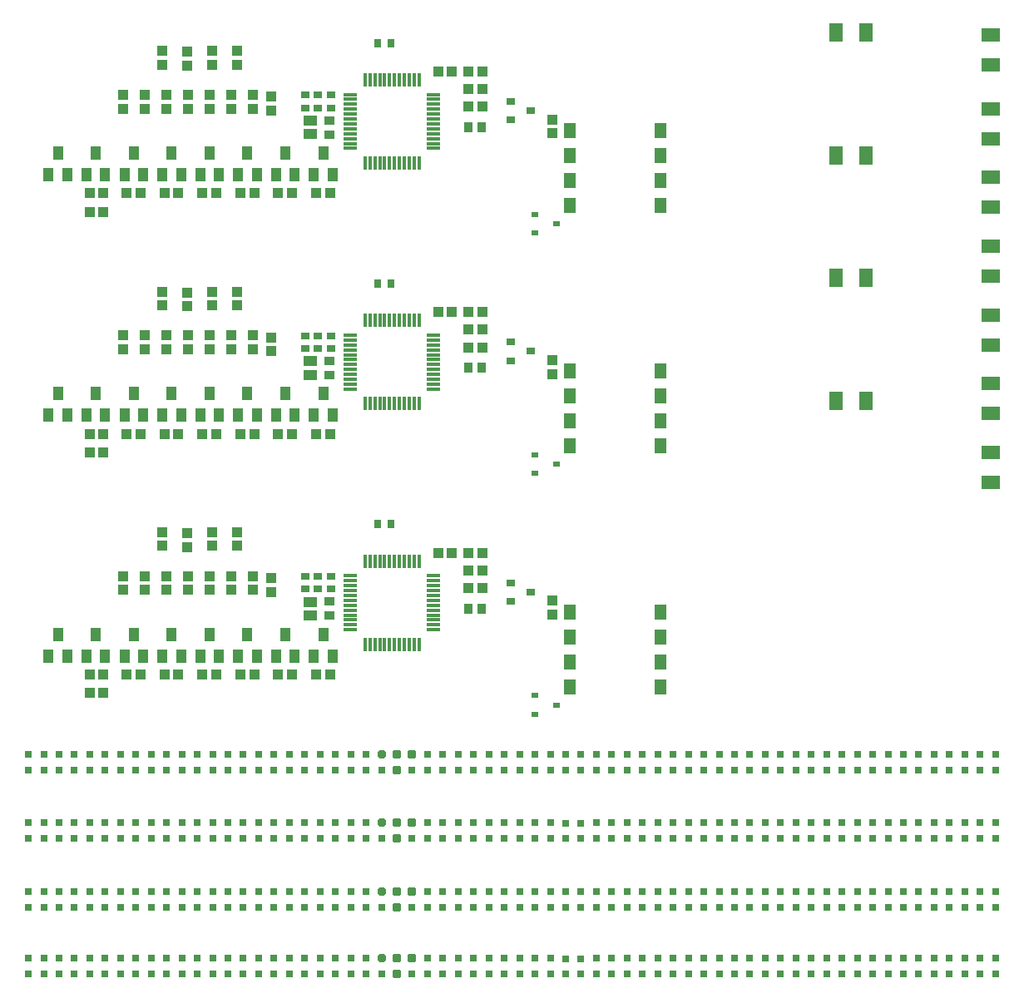
<source format=gtp>
G04*
G04 #@! TF.GenerationSoftware,Altium Limited,Altium Designer,20.1.14 (287)*
G04*
G04 Layer_Color=8421504*
%FSLAX25Y25*%
%MOIN*%
G70*
G04*
G04 #@! TF.SameCoordinates,DA88C76E-B398-4153-8C2D-C889442453F1*
G04*
G04*
G04 #@! TF.FilePolarity,Positive*
G04*
G01*
G75*
%ADD10R,0.05315X0.07284*%
%ADD14R,0.07284X0.05315*%
%ADD15R,0.03150X0.03740*%
%ADD16R,0.03937X0.04331*%
%ADD17R,0.05118X0.05906*%
%ADD18R,0.03937X0.05512*%
%ADD19R,0.04331X0.03937*%
%ADD20R,0.03740X0.03150*%
%ADD21R,0.03543X0.03150*%
%ADD22R,0.03543X0.04134*%
%ADD23R,0.02953X0.02362*%
%ADD24R,0.04134X0.03740*%
%ADD25R,0.05315X0.04331*%
%ADD26R,0.01181X0.05807*%
%ADD27R,0.05807X0.01181*%
G04:AMPARAMS|DCode=33|XSize=31.5mil|YSize=31.5mil|CornerRadius=7.87mil|HoleSize=0mil|Usage=FLASHONLY|Rotation=0.000|XOffset=0mil|YOffset=0mil|HoleType=Round|Shape=RoundedRectangle|*
%AMROUNDEDRECTD33*
21,1,0.03150,0.01575,0,0,0.0*
21,1,0.01575,0.03150,0,0,0.0*
1,1,0.01575,0.00787,-0.00787*
1,1,0.01575,-0.00787,-0.00787*
1,1,0.01575,-0.00787,0.00787*
1,1,0.01575,0.00787,0.00787*
%
%ADD33ROUNDEDRECTD33*%
%ADD34R,0.03150X0.03150*%
G04:AMPARAMS|DCode=35|XSize=31.5mil|YSize=31.5mil|CornerRadius=4.72mil|HoleSize=0mil|Usage=FLASHONLY|Rotation=0.000|XOffset=0mil|YOffset=0mil|HoleType=Round|Shape=RoundedRectangle|*
%AMROUNDEDRECTD35*
21,1,0.03150,0.02205,0,0,0.0*
21,1,0.02205,0.03150,0,0,0.0*
1,1,0.00945,0.01102,-0.01102*
1,1,0.00945,-0.01102,-0.01102*
1,1,0.00945,-0.01102,0.01102*
1,1,0.00945,0.01102,0.01102*
%
%ADD35ROUNDEDRECTD35*%
G04:AMPARAMS|DCode=36|XSize=31.5mil|YSize=31.5mil|CornerRadius=3.15mil|HoleSize=0mil|Usage=FLASHONLY|Rotation=0.000|XOffset=0mil|YOffset=0mil|HoleType=Round|Shape=RoundedRectangle|*
%AMROUNDEDRECTD36*
21,1,0.03150,0.02520,0,0,0.0*
21,1,0.02520,0.03150,0,0,0.0*
1,1,0.00630,0.01260,-0.01260*
1,1,0.00630,-0.01260,-0.01260*
1,1,0.00630,-0.01260,0.01260*
1,1,0.00630,0.01260,0.01260*
%
%ADD36ROUNDEDRECTD36*%
D10*
X326772Y241142D02*
D03*
X338779D02*
D03*
X326772Y290354D02*
D03*
X338779D02*
D03*
X326772Y339567D02*
D03*
X338779D02*
D03*
X326772Y388779D02*
D03*
X338779D02*
D03*
D14*
X388779Y387795D02*
D03*
Y375787D02*
D03*
X388779Y358268D02*
D03*
Y346260D02*
D03*
Y330709D02*
D03*
Y318701D02*
D03*
X388779Y303150D02*
D03*
Y291142D02*
D03*
Y275590D02*
D03*
Y263583D02*
D03*
Y248031D02*
D03*
Y236024D02*
D03*
X388779Y220473D02*
D03*
Y208465D02*
D03*
D15*
X148228Y384646D02*
D03*
X143110D02*
D03*
X148228Y288189D02*
D03*
X143110D02*
D03*
X148228Y191732D02*
D03*
X143110D02*
D03*
D16*
X179527Y366142D02*
D03*
X185039D02*
D03*
X33071Y316929D02*
D03*
X27559D02*
D03*
X33071Y324410D02*
D03*
X27559D02*
D03*
X48031D02*
D03*
X42520D02*
D03*
X63189D02*
D03*
X57677D02*
D03*
X167323Y373228D02*
D03*
X172835D02*
D03*
X78346Y324410D02*
D03*
X72835D02*
D03*
X93701D02*
D03*
X88189D02*
D03*
X108661D02*
D03*
X103150D02*
D03*
X124016D02*
D03*
X118504D02*
D03*
X179527Y373228D02*
D03*
X185039D02*
D03*
Y359055D02*
D03*
X179527D02*
D03*
Y269685D02*
D03*
X185039D02*
D03*
X33071Y220473D02*
D03*
X27559D02*
D03*
X33071Y227953D02*
D03*
X27559D02*
D03*
X48031D02*
D03*
X42520D02*
D03*
X63189D02*
D03*
X57677D02*
D03*
X167323Y276772D02*
D03*
X172835D02*
D03*
X78346Y227953D02*
D03*
X72835D02*
D03*
X93701D02*
D03*
X88189D02*
D03*
X108661D02*
D03*
X103150D02*
D03*
X124016D02*
D03*
X118504D02*
D03*
X179527Y276772D02*
D03*
X185039D02*
D03*
Y262598D02*
D03*
X179527D02*
D03*
Y173228D02*
D03*
X185039D02*
D03*
X33071Y124016D02*
D03*
X27559D02*
D03*
X33071Y131496D02*
D03*
X27559D02*
D03*
X48031D02*
D03*
X42520D02*
D03*
X63189D02*
D03*
X57677D02*
D03*
X167323Y180315D02*
D03*
X172835D02*
D03*
X78346Y131496D02*
D03*
X72835D02*
D03*
X93701D02*
D03*
X88189D02*
D03*
X108661D02*
D03*
X103150D02*
D03*
X124016D02*
D03*
X118504D02*
D03*
X179527Y180315D02*
D03*
X185039D02*
D03*
Y166142D02*
D03*
X179527D02*
D03*
D17*
X220079Y329488D02*
D03*
Y319488D02*
D03*
X256299Y329488D02*
D03*
X256299Y319488D02*
D03*
X220079Y349488D02*
D03*
Y339488D02*
D03*
X256299Y349488D02*
D03*
Y339488D02*
D03*
X220079Y233032D02*
D03*
Y223031D02*
D03*
X256299Y233032D02*
D03*
X256299Y223031D02*
D03*
X220079Y253031D02*
D03*
Y243032D02*
D03*
X256299Y253031D02*
D03*
Y243032D02*
D03*
X220079Y136575D02*
D03*
Y126575D02*
D03*
X256299Y136575D02*
D03*
X256299Y126575D02*
D03*
X220079Y156575D02*
D03*
Y146575D02*
D03*
X256299Y156575D02*
D03*
Y146575D02*
D03*
D18*
X11220Y331890D02*
D03*
X18701Y331890D02*
D03*
X14961Y340551D02*
D03*
X26406Y331890D02*
D03*
X33886D02*
D03*
X30146Y340551D02*
D03*
X41592Y331890D02*
D03*
X49072D02*
D03*
X45332Y340551D02*
D03*
X56777Y331890D02*
D03*
X64258D02*
D03*
X60517Y340551D02*
D03*
X71963Y331890D02*
D03*
X79443D02*
D03*
X75703Y340551D02*
D03*
X87148Y331890D02*
D03*
X94629D02*
D03*
X90889Y340551D02*
D03*
X102334Y331890D02*
D03*
X109814D02*
D03*
X106074Y340551D02*
D03*
X117520Y331890D02*
D03*
X125000D02*
D03*
X121260Y340551D02*
D03*
X11220Y235433D02*
D03*
X18701Y235433D02*
D03*
X14961Y244094D02*
D03*
X26406Y235433D02*
D03*
X33886D02*
D03*
X30146Y244094D02*
D03*
X41592Y235433D02*
D03*
X49072D02*
D03*
X45332Y244094D02*
D03*
X56777Y235433D02*
D03*
X64258D02*
D03*
X60517Y244094D02*
D03*
X71963Y235433D02*
D03*
X79443D02*
D03*
X75703Y244094D02*
D03*
X87148Y235433D02*
D03*
X94629D02*
D03*
X90889Y244094D02*
D03*
X102334Y235433D02*
D03*
X109814D02*
D03*
X106074Y244094D02*
D03*
X117520Y235433D02*
D03*
X125000D02*
D03*
X121260Y244094D02*
D03*
X11220Y138976D02*
D03*
X18701Y138976D02*
D03*
X14961Y147638D02*
D03*
X26406Y138976D02*
D03*
X33886D02*
D03*
X30146Y147638D02*
D03*
X41592Y138976D02*
D03*
X49072D02*
D03*
X45332Y147638D02*
D03*
X56777Y138976D02*
D03*
X64258D02*
D03*
X60517Y147638D02*
D03*
X71963Y138976D02*
D03*
X79443D02*
D03*
X75703Y147638D02*
D03*
X87148Y138976D02*
D03*
X94629D02*
D03*
X90889Y147638D02*
D03*
X102334Y138976D02*
D03*
X109814D02*
D03*
X106074Y147638D02*
D03*
X117520Y138976D02*
D03*
X125000D02*
D03*
X121260Y147638D02*
D03*
D19*
X56809Y375909D02*
D03*
Y381421D02*
D03*
X66652Y375515D02*
D03*
Y381027D02*
D03*
X76888Y375909D02*
D03*
Y381421D02*
D03*
X86730Y375909D02*
D03*
Y381421D02*
D03*
X40945Y358268D02*
D03*
Y363780D02*
D03*
X49606Y358268D02*
D03*
Y363780D02*
D03*
X58268Y358268D02*
D03*
Y363780D02*
D03*
X66929Y358268D02*
D03*
Y363780D02*
D03*
X75590Y358268D02*
D03*
Y363780D02*
D03*
X84252Y358268D02*
D03*
Y363780D02*
D03*
X92913Y358268D02*
D03*
Y363780D02*
D03*
X100394Y357480D02*
D03*
Y362992D02*
D03*
X212992Y353937D02*
D03*
Y348425D02*
D03*
X56809Y279452D02*
D03*
Y284964D02*
D03*
X66652Y279059D02*
D03*
Y284571D02*
D03*
X76888Y279452D02*
D03*
Y284964D02*
D03*
X86730Y279452D02*
D03*
Y284964D02*
D03*
X40945Y261811D02*
D03*
Y267323D02*
D03*
X49606Y261811D02*
D03*
Y267323D02*
D03*
X58268Y261811D02*
D03*
Y267323D02*
D03*
X66929Y261811D02*
D03*
Y267323D02*
D03*
X75590Y261811D02*
D03*
Y267323D02*
D03*
X84252Y261811D02*
D03*
Y267323D02*
D03*
X92913Y261811D02*
D03*
Y267323D02*
D03*
X100394Y261024D02*
D03*
Y266535D02*
D03*
X212992Y257480D02*
D03*
Y251969D02*
D03*
X56809Y182996D02*
D03*
Y188507D02*
D03*
X66652Y182602D02*
D03*
Y188114D02*
D03*
X76888Y182996D02*
D03*
Y188508D02*
D03*
X86730Y182996D02*
D03*
Y188507D02*
D03*
X40945Y165354D02*
D03*
Y170866D02*
D03*
X49606Y165354D02*
D03*
Y170866D02*
D03*
X58268Y165354D02*
D03*
Y170866D02*
D03*
X66929Y165354D02*
D03*
Y170866D02*
D03*
X75590Y165354D02*
D03*
Y170866D02*
D03*
X84252Y165354D02*
D03*
Y170866D02*
D03*
X92913Y165354D02*
D03*
Y170866D02*
D03*
X100394Y164567D02*
D03*
Y170079D02*
D03*
X212992Y161024D02*
D03*
Y155512D02*
D03*
D20*
X114005Y363764D02*
D03*
Y358646D02*
D03*
X119123Y363764D02*
D03*
Y358646D02*
D03*
X124241Y363764D02*
D03*
Y358646D02*
D03*
X114005Y267307D02*
D03*
Y262189D02*
D03*
X119123Y267307D02*
D03*
Y262189D02*
D03*
X124241Y267307D02*
D03*
Y262189D02*
D03*
X114005Y170850D02*
D03*
Y165732D02*
D03*
X119123Y170850D02*
D03*
Y165732D02*
D03*
X124241Y170850D02*
D03*
Y165732D02*
D03*
D21*
X196457Y361221D02*
D03*
Y353740D02*
D03*
X204331Y357480D02*
D03*
X196457Y264764D02*
D03*
Y257283D02*
D03*
X204331Y261024D02*
D03*
X196457Y168307D02*
D03*
Y160827D02*
D03*
X204331Y164567D02*
D03*
D22*
X179527Y350787D02*
D03*
X184843D02*
D03*
X179527Y254331D02*
D03*
X184843D02*
D03*
X179527Y157874D02*
D03*
X184843D02*
D03*
D23*
X214567Y312205D02*
D03*
X205906Y308465D02*
D03*
Y315945D02*
D03*
X214567Y215748D02*
D03*
X205906Y212008D02*
D03*
Y219488D02*
D03*
X214567Y119291D02*
D03*
X205906Y115551D02*
D03*
Y123031D02*
D03*
D24*
X123622Y353642D02*
D03*
Y347933D02*
D03*
Y257185D02*
D03*
Y251476D02*
D03*
Y160728D02*
D03*
Y155020D02*
D03*
D25*
X116142Y353543D02*
D03*
Y348031D02*
D03*
Y257087D02*
D03*
Y251575D02*
D03*
Y160630D02*
D03*
Y155118D02*
D03*
D26*
X137992Y369835D02*
D03*
X139961D02*
D03*
X141929D02*
D03*
X143898D02*
D03*
X145866D02*
D03*
X147835D02*
D03*
X149803D02*
D03*
X151772D02*
D03*
X153740D02*
D03*
X155709D02*
D03*
X157677D02*
D03*
X159646D02*
D03*
Y336465D02*
D03*
X157677D02*
D03*
X155709D02*
D03*
X153740D02*
D03*
X151772D02*
D03*
X149803D02*
D03*
X147835D02*
D03*
X145866D02*
D03*
X143898D02*
D03*
X141929D02*
D03*
X139961D02*
D03*
X137992D02*
D03*
Y273378D02*
D03*
X139961D02*
D03*
X141929D02*
D03*
X143898D02*
D03*
X145866D02*
D03*
X147835D02*
D03*
X149803D02*
D03*
X151772D02*
D03*
X153740D02*
D03*
X155709D02*
D03*
X157677D02*
D03*
X159646D02*
D03*
Y240008D02*
D03*
X157677D02*
D03*
X155709D02*
D03*
X153740D02*
D03*
X151772D02*
D03*
X149803D02*
D03*
X147835D02*
D03*
X145866D02*
D03*
X143898D02*
D03*
X141929D02*
D03*
X139961D02*
D03*
X137992D02*
D03*
Y176921D02*
D03*
X139961D02*
D03*
X141929D02*
D03*
X143898D02*
D03*
X145866D02*
D03*
X147835D02*
D03*
X149803D02*
D03*
X151772D02*
D03*
X153740D02*
D03*
X155709D02*
D03*
X157677D02*
D03*
X159646D02*
D03*
Y143551D02*
D03*
X157677D02*
D03*
X155709D02*
D03*
X153740D02*
D03*
X151772D02*
D03*
X149803D02*
D03*
X147835D02*
D03*
X145866D02*
D03*
X143898D02*
D03*
X141929D02*
D03*
X139961D02*
D03*
X137992D02*
D03*
D27*
X165504Y363976D02*
D03*
Y362008D02*
D03*
Y360039D02*
D03*
Y358071D02*
D03*
Y356102D02*
D03*
Y354134D02*
D03*
Y352165D02*
D03*
Y350197D02*
D03*
Y348228D02*
D03*
Y346260D02*
D03*
Y344291D02*
D03*
Y342323D02*
D03*
X132134D02*
D03*
Y344291D02*
D03*
Y346260D02*
D03*
Y348228D02*
D03*
Y350197D02*
D03*
Y352165D02*
D03*
Y354134D02*
D03*
Y356102D02*
D03*
Y358071D02*
D03*
Y360039D02*
D03*
Y362008D02*
D03*
Y363976D02*
D03*
X165504Y267520D02*
D03*
Y265551D02*
D03*
Y263583D02*
D03*
Y261614D02*
D03*
Y259646D02*
D03*
Y257677D02*
D03*
Y255709D02*
D03*
Y253740D02*
D03*
Y251772D02*
D03*
Y249803D02*
D03*
Y247835D02*
D03*
Y245866D02*
D03*
X132134D02*
D03*
Y247835D02*
D03*
Y249803D02*
D03*
Y251772D02*
D03*
Y253740D02*
D03*
Y255709D02*
D03*
Y257677D02*
D03*
Y259646D02*
D03*
Y261614D02*
D03*
Y263583D02*
D03*
Y265551D02*
D03*
Y267520D02*
D03*
X165504Y171063D02*
D03*
Y169095D02*
D03*
Y167126D02*
D03*
Y165157D02*
D03*
Y163189D02*
D03*
Y161221D02*
D03*
Y159252D02*
D03*
Y157283D02*
D03*
Y155315D02*
D03*
Y153347D02*
D03*
Y151378D02*
D03*
Y149409D02*
D03*
X132134D02*
D03*
Y151378D02*
D03*
Y153347D02*
D03*
Y155315D02*
D03*
Y157283D02*
D03*
Y159252D02*
D03*
Y161221D02*
D03*
Y163189D02*
D03*
Y165157D02*
D03*
Y167126D02*
D03*
Y169095D02*
D03*
Y171063D02*
D03*
D33*
X144562Y99606D02*
D03*
Y72047D02*
D03*
Y44488D02*
D03*
Y17717D02*
D03*
D34*
Y93307D02*
D03*
X193775Y99606D02*
D03*
Y93307D02*
D03*
X187623Y99606D02*
D03*
Y93307D02*
D03*
X181472Y99606D02*
D03*
Y93307D02*
D03*
X95349Y99606D02*
D03*
Y93307D02*
D03*
X52288Y99606D02*
D03*
Y93307D02*
D03*
X58440Y99606D02*
D03*
Y93307D02*
D03*
X46137Y99606D02*
D03*
Y93307D02*
D03*
X39985Y99606D02*
D03*
Y93307D02*
D03*
X33834Y99606D02*
D03*
Y93307D02*
D03*
X27682Y99606D02*
D03*
Y93307D02*
D03*
X21531Y99606D02*
D03*
Y93307D02*
D03*
X15379Y99606D02*
D03*
Y93307D02*
D03*
X9227Y99606D02*
D03*
Y93307D02*
D03*
X3076Y99606D02*
D03*
Y93307D02*
D03*
X64592Y99606D02*
D03*
Y93307D02*
D03*
X70743Y99606D02*
D03*
Y93307D02*
D03*
X76895Y99606D02*
D03*
Y93307D02*
D03*
X83046Y99606D02*
D03*
Y93307D02*
D03*
X89198Y99606D02*
D03*
Y93307D02*
D03*
X138410Y99606D02*
D03*
Y93307D02*
D03*
X132259Y99606D02*
D03*
Y93307D02*
D03*
X126107Y99606D02*
D03*
Y93307D02*
D03*
X119956Y99606D02*
D03*
Y93307D02*
D03*
X113804Y99606D02*
D03*
Y93307D02*
D03*
X107653Y99606D02*
D03*
Y93307D02*
D03*
X101501Y99606D02*
D03*
Y93307D02*
D03*
X156865D02*
D03*
X163017Y99606D02*
D03*
Y93307D02*
D03*
X169168Y99606D02*
D03*
Y93307D02*
D03*
X175320Y99606D02*
D03*
Y93307D02*
D03*
X242987Y99606D02*
D03*
Y93307D02*
D03*
X236836Y99606D02*
D03*
Y93307D02*
D03*
X230684Y99606D02*
D03*
Y93307D02*
D03*
X224533Y99533D02*
D03*
Y93233D02*
D03*
X218381Y99533D02*
D03*
Y93233D02*
D03*
X212229Y99606D02*
D03*
Y93307D02*
D03*
X206078Y99606D02*
D03*
Y93307D02*
D03*
X199926Y99606D02*
D03*
Y93307D02*
D03*
X249139Y99606D02*
D03*
Y93307D02*
D03*
X255290Y99606D02*
D03*
Y93307D02*
D03*
X261442Y99606D02*
D03*
Y93307D02*
D03*
X267594Y99606D02*
D03*
Y93307D02*
D03*
X273745Y99606D02*
D03*
Y93307D02*
D03*
X279897Y99606D02*
D03*
Y93307D02*
D03*
X286048Y99606D02*
D03*
Y93307D02*
D03*
X292200Y99606D02*
D03*
Y93307D02*
D03*
X341412Y99606D02*
D03*
Y93307D02*
D03*
X335261Y99606D02*
D03*
Y93307D02*
D03*
X329109Y99606D02*
D03*
Y93307D02*
D03*
X322958Y99606D02*
D03*
Y93307D02*
D03*
X316806Y99606D02*
D03*
Y93307D02*
D03*
X310655Y99606D02*
D03*
Y93307D02*
D03*
X304503Y99606D02*
D03*
Y93307D02*
D03*
X298351Y99606D02*
D03*
Y93307D02*
D03*
X347564Y99606D02*
D03*
Y93307D02*
D03*
X353716Y99606D02*
D03*
Y93307D02*
D03*
X359867Y99606D02*
D03*
Y93307D02*
D03*
X366019Y99606D02*
D03*
Y93307D02*
D03*
X372170Y99606D02*
D03*
Y93307D02*
D03*
X378322Y99606D02*
D03*
Y93307D02*
D03*
X384473Y99606D02*
D03*
Y93307D02*
D03*
X390625Y99606D02*
D03*
Y93307D02*
D03*
X144562Y65748D02*
D03*
X193775Y72047D02*
D03*
Y65748D02*
D03*
X187623Y72047D02*
D03*
Y65748D02*
D03*
X181472Y72047D02*
D03*
Y65748D02*
D03*
X95349Y72047D02*
D03*
Y65748D02*
D03*
X52288Y72047D02*
D03*
Y65748D02*
D03*
X58440Y72047D02*
D03*
Y65748D02*
D03*
X46137Y72047D02*
D03*
Y65748D02*
D03*
X39985Y72047D02*
D03*
Y65748D02*
D03*
X33834Y72047D02*
D03*
Y65748D02*
D03*
X27682Y72047D02*
D03*
Y65748D02*
D03*
X21531Y72047D02*
D03*
Y65748D02*
D03*
X15379Y72047D02*
D03*
Y65748D02*
D03*
X9227Y72047D02*
D03*
Y65748D02*
D03*
X3076Y72047D02*
D03*
Y65748D02*
D03*
X64592Y72047D02*
D03*
Y65748D02*
D03*
X70743Y72047D02*
D03*
Y65748D02*
D03*
X76895Y72047D02*
D03*
Y65748D02*
D03*
X83046Y72047D02*
D03*
Y65748D02*
D03*
X89198Y72047D02*
D03*
Y65748D02*
D03*
X138410Y72047D02*
D03*
Y65748D02*
D03*
X132259Y72047D02*
D03*
Y65748D02*
D03*
X126107Y72047D02*
D03*
Y65748D02*
D03*
X119956Y72047D02*
D03*
Y65748D02*
D03*
X113804Y72047D02*
D03*
Y65748D02*
D03*
X107653Y72047D02*
D03*
Y65748D02*
D03*
X101501Y72047D02*
D03*
Y65748D02*
D03*
X156865D02*
D03*
X163017Y72047D02*
D03*
Y65748D02*
D03*
X169168Y72047D02*
D03*
Y65748D02*
D03*
X175320Y72047D02*
D03*
Y65748D02*
D03*
X242987Y72047D02*
D03*
Y65748D02*
D03*
X236836Y72047D02*
D03*
Y65748D02*
D03*
X230684Y72047D02*
D03*
Y65748D02*
D03*
X224533Y71973D02*
D03*
Y65674D02*
D03*
X218381Y71973D02*
D03*
Y65674D02*
D03*
X212229Y72047D02*
D03*
Y65748D02*
D03*
X206078Y72047D02*
D03*
Y65748D02*
D03*
X199926Y72047D02*
D03*
Y65748D02*
D03*
X249139Y72047D02*
D03*
Y65748D02*
D03*
X255290Y72047D02*
D03*
Y65748D02*
D03*
X261442Y72047D02*
D03*
Y65748D02*
D03*
X267594Y72047D02*
D03*
Y65748D02*
D03*
X273745Y72047D02*
D03*
Y65748D02*
D03*
X279897Y72047D02*
D03*
Y65748D02*
D03*
X286048Y72047D02*
D03*
Y65748D02*
D03*
X292200Y72047D02*
D03*
Y65748D02*
D03*
X341412Y72047D02*
D03*
Y65748D02*
D03*
X335261Y72047D02*
D03*
Y65748D02*
D03*
X329109Y72047D02*
D03*
Y65748D02*
D03*
X322958Y72047D02*
D03*
Y65748D02*
D03*
X316806Y72047D02*
D03*
Y65748D02*
D03*
X310655Y72047D02*
D03*
Y65748D02*
D03*
X304503Y72047D02*
D03*
Y65748D02*
D03*
X298351Y72047D02*
D03*
Y65748D02*
D03*
X347564Y72047D02*
D03*
Y65748D02*
D03*
X353716Y72047D02*
D03*
Y65748D02*
D03*
X359867Y72047D02*
D03*
Y65748D02*
D03*
X366019Y72047D02*
D03*
Y65748D02*
D03*
X372170Y72047D02*
D03*
Y65748D02*
D03*
X378322Y72047D02*
D03*
Y65748D02*
D03*
X384473Y72047D02*
D03*
Y65748D02*
D03*
X390625Y72047D02*
D03*
Y65748D02*
D03*
X144562Y38189D02*
D03*
X193775Y44488D02*
D03*
Y38189D02*
D03*
X187623Y44488D02*
D03*
Y38189D02*
D03*
X181472Y44488D02*
D03*
Y38189D02*
D03*
X95349Y44488D02*
D03*
Y38189D02*
D03*
X52288Y44488D02*
D03*
Y38189D02*
D03*
X58440Y44488D02*
D03*
Y38189D02*
D03*
X46137Y44488D02*
D03*
Y38189D02*
D03*
X39985Y44488D02*
D03*
Y38189D02*
D03*
X33834Y44488D02*
D03*
Y38189D02*
D03*
X27682Y44488D02*
D03*
Y38189D02*
D03*
X21531Y44488D02*
D03*
Y38189D02*
D03*
X15379Y44488D02*
D03*
Y38189D02*
D03*
X9227Y44488D02*
D03*
Y38189D02*
D03*
X3076Y44488D02*
D03*
Y38189D02*
D03*
X64592Y44488D02*
D03*
Y38189D02*
D03*
X70743Y44488D02*
D03*
Y38189D02*
D03*
X76895Y44488D02*
D03*
Y38189D02*
D03*
X83046Y44488D02*
D03*
Y38189D02*
D03*
X89198Y44488D02*
D03*
Y38189D02*
D03*
X138410Y44488D02*
D03*
Y38189D02*
D03*
X132259Y44488D02*
D03*
Y38189D02*
D03*
X126107Y44488D02*
D03*
Y38189D02*
D03*
X119956Y44488D02*
D03*
Y38189D02*
D03*
X113804Y44488D02*
D03*
Y38189D02*
D03*
X107653Y44488D02*
D03*
Y38189D02*
D03*
X101501Y44488D02*
D03*
Y38189D02*
D03*
X156865D02*
D03*
X163017Y44488D02*
D03*
Y38189D02*
D03*
X169168Y44488D02*
D03*
Y38189D02*
D03*
X175320Y44488D02*
D03*
Y38189D02*
D03*
X242987Y44488D02*
D03*
Y38189D02*
D03*
X236836Y44488D02*
D03*
Y38189D02*
D03*
X230684Y44488D02*
D03*
Y38189D02*
D03*
X224533Y44414D02*
D03*
Y38115D02*
D03*
X218381Y44414D02*
D03*
Y38115D02*
D03*
X212229Y44488D02*
D03*
Y38189D02*
D03*
X206078Y44488D02*
D03*
Y38189D02*
D03*
X199926Y44488D02*
D03*
Y38189D02*
D03*
X249139Y44488D02*
D03*
Y38189D02*
D03*
X255290Y44488D02*
D03*
Y38189D02*
D03*
X261442Y44488D02*
D03*
Y38189D02*
D03*
X267594Y44488D02*
D03*
Y38189D02*
D03*
X273745Y44488D02*
D03*
Y38189D02*
D03*
X279897Y44488D02*
D03*
Y38189D02*
D03*
X286048Y44488D02*
D03*
Y38189D02*
D03*
X292200Y44488D02*
D03*
Y38189D02*
D03*
X341412Y44488D02*
D03*
Y38189D02*
D03*
X335261Y44488D02*
D03*
Y38189D02*
D03*
X329109Y44488D02*
D03*
Y38189D02*
D03*
X322958Y44488D02*
D03*
Y38189D02*
D03*
X316806Y44488D02*
D03*
Y38189D02*
D03*
X310655Y44488D02*
D03*
Y38189D02*
D03*
X304503Y44488D02*
D03*
Y38189D02*
D03*
X298351Y44488D02*
D03*
Y38189D02*
D03*
X347564Y44488D02*
D03*
Y38189D02*
D03*
X353716Y44488D02*
D03*
Y38189D02*
D03*
X359867Y44488D02*
D03*
Y38189D02*
D03*
X366019Y44488D02*
D03*
Y38189D02*
D03*
X372170Y44488D02*
D03*
Y38189D02*
D03*
X378322Y44488D02*
D03*
Y38189D02*
D03*
X384473Y44488D02*
D03*
Y38189D02*
D03*
X390625Y44488D02*
D03*
Y38189D02*
D03*
X144562Y11417D02*
D03*
X193775Y17717D02*
D03*
Y11417D02*
D03*
X187623Y17717D02*
D03*
Y11417D02*
D03*
X181472Y17717D02*
D03*
Y11417D02*
D03*
X95349Y17717D02*
D03*
Y11417D02*
D03*
X52288Y17717D02*
D03*
Y11417D02*
D03*
X58440Y17717D02*
D03*
Y11417D02*
D03*
X46137Y17717D02*
D03*
Y11417D02*
D03*
X39985Y17717D02*
D03*
Y11417D02*
D03*
X33834Y17717D02*
D03*
Y11417D02*
D03*
X27682Y17717D02*
D03*
Y11417D02*
D03*
X21531Y17717D02*
D03*
Y11417D02*
D03*
X15379Y17717D02*
D03*
Y11417D02*
D03*
X9227Y17717D02*
D03*
Y11417D02*
D03*
X3076Y17717D02*
D03*
Y11417D02*
D03*
X64592Y17717D02*
D03*
Y11417D02*
D03*
X70743Y17717D02*
D03*
Y11417D02*
D03*
X76895Y17717D02*
D03*
Y11417D02*
D03*
X83046Y17717D02*
D03*
Y11417D02*
D03*
X89198Y17717D02*
D03*
Y11417D02*
D03*
X138410Y17717D02*
D03*
Y11417D02*
D03*
X132259Y17717D02*
D03*
Y11417D02*
D03*
X126107Y17717D02*
D03*
Y11417D02*
D03*
X119956Y17717D02*
D03*
Y11417D02*
D03*
X113804Y17717D02*
D03*
Y11417D02*
D03*
X107653Y17717D02*
D03*
Y11417D02*
D03*
X101501Y17717D02*
D03*
Y11417D02*
D03*
X156865D02*
D03*
X163017Y17717D02*
D03*
Y11417D02*
D03*
X169168Y17717D02*
D03*
Y11417D02*
D03*
X175320Y17717D02*
D03*
Y11417D02*
D03*
X242987Y17717D02*
D03*
Y11417D02*
D03*
X236836Y17717D02*
D03*
Y11417D02*
D03*
X230684Y17717D02*
D03*
Y11417D02*
D03*
X224533Y17643D02*
D03*
Y11344D02*
D03*
X218381Y17643D02*
D03*
Y11344D02*
D03*
X212229Y17717D02*
D03*
Y11417D02*
D03*
X206078Y17717D02*
D03*
Y11417D02*
D03*
X199926Y17717D02*
D03*
Y11417D02*
D03*
X249139Y17717D02*
D03*
Y11417D02*
D03*
X255290Y17717D02*
D03*
Y11417D02*
D03*
X261442Y17717D02*
D03*
Y11417D02*
D03*
X267594Y17717D02*
D03*
Y11417D02*
D03*
X273745Y17717D02*
D03*
Y11417D02*
D03*
X279897Y17717D02*
D03*
Y11417D02*
D03*
X286048Y17717D02*
D03*
Y11417D02*
D03*
X292200Y17717D02*
D03*
Y11417D02*
D03*
X341412Y17717D02*
D03*
Y11417D02*
D03*
X335261Y17717D02*
D03*
Y11417D02*
D03*
X329109Y17717D02*
D03*
Y11417D02*
D03*
X322958Y17717D02*
D03*
Y11417D02*
D03*
X316806Y17717D02*
D03*
Y11417D02*
D03*
X310655Y17717D02*
D03*
Y11417D02*
D03*
X304503Y17717D02*
D03*
Y11417D02*
D03*
X298351Y17717D02*
D03*
Y11417D02*
D03*
X347564Y17717D02*
D03*
Y11417D02*
D03*
X353716Y17717D02*
D03*
Y11417D02*
D03*
X359867Y17717D02*
D03*
Y11417D02*
D03*
X366019Y17717D02*
D03*
Y11417D02*
D03*
X372170Y17717D02*
D03*
Y11417D02*
D03*
X378322Y17717D02*
D03*
Y11417D02*
D03*
X384473Y17717D02*
D03*
Y11417D02*
D03*
X390625Y17717D02*
D03*
Y11417D02*
D03*
D35*
X150714Y99606D02*
D03*
X156865D02*
D03*
X150714Y72047D02*
D03*
X156865D02*
D03*
X150714Y44488D02*
D03*
X156865D02*
D03*
X150714Y17717D02*
D03*
X156865D02*
D03*
D36*
X150714Y93307D02*
D03*
Y65748D02*
D03*
Y38189D02*
D03*
Y11417D02*
D03*
M02*

</source>
